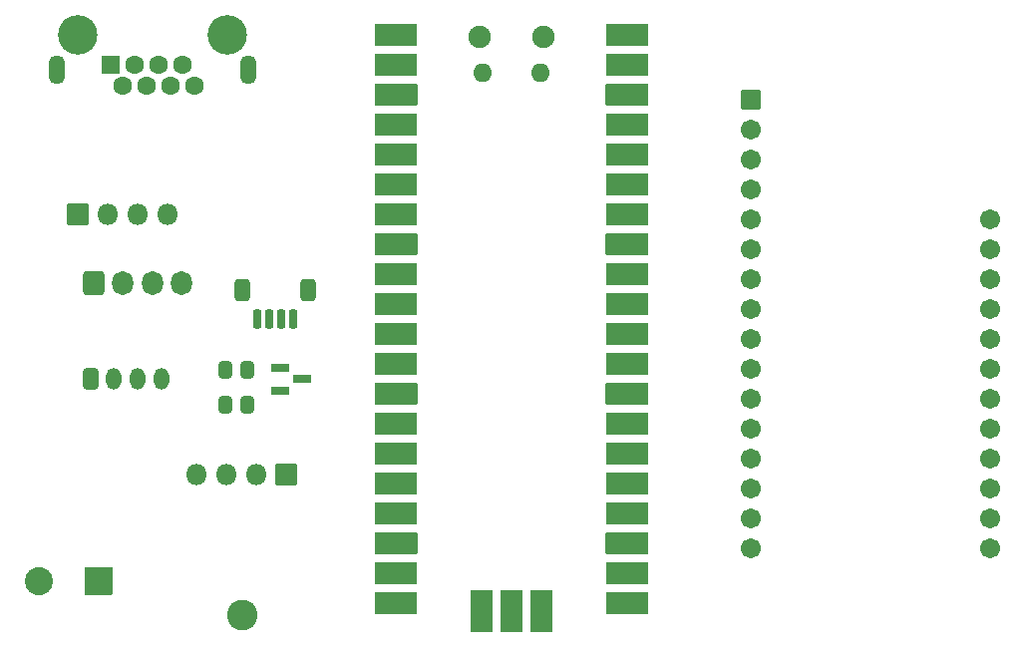
<source format=gbr>
G04 #@! TF.GenerationSoftware,KiCad,Pcbnew,7.0.1*
G04 #@! TF.CreationDate,2023-08-13T11:11:54-05:00*
G04 #@! TF.ProjectId,ControlInputTestRP2040Pico,436f6e74-726f-46c4-996e-707574546573,rev?*
G04 #@! TF.SameCoordinates,Original*
G04 #@! TF.FileFunction,Soldermask,Top*
G04 #@! TF.FilePolarity,Negative*
%FSLAX46Y46*%
G04 Gerber Fmt 4.6, Leading zero omitted, Abs format (unit mm)*
G04 Created by KiCad (PCBNEW 7.0.1) date 2023-08-13 11:11:54*
%MOMM*%
%LPD*%
G01*
G04 APERTURE LIST*
G04 Aperture macros list*
%AMRoundRect*
0 Rectangle with rounded corners*
0 $1 Rounding radius*
0 $2 $3 $4 $5 $6 $7 $8 $9 X,Y pos of 4 corners*
0 Add a 4 corners polygon primitive as box body*
4,1,4,$2,$3,$4,$5,$6,$7,$8,$9,$2,$3,0*
0 Add four circle primitives for the rounded corners*
1,1,$1+$1,$2,$3*
1,1,$1+$1,$4,$5*
1,1,$1+$1,$6,$7*
1,1,$1+$1,$8,$9*
0 Add four rect primitives between the rounded corners*
20,1,$1+$1,$2,$3,$4,$5,0*
20,1,$1+$1,$4,$5,$6,$7,0*
20,1,$1+$1,$6,$7,$8,$9,0*
20,1,$1+$1,$8,$9,$2,$3,0*%
%AMHorizOval*
0 Thick line with rounded ends*
0 $1 width*
0 $2 $3 position (X,Y) of the first rounded end (center of the circle)*
0 $4 $5 position (X,Y) of the second rounded end (center of the circle)*
0 Add line between two ends*
20,1,$1,$2,$3,$4,$5,0*
0 Add two circle primitives to create the rounded ends*
1,1,$1,$2,$3*
1,1,$1,$4,$5*%
G04 Aperture macros list end*
%ADD10RoundRect,0.201000X-0.150000X-0.625000X0.150000X-0.625000X0.150000X0.625000X-0.150000X0.625000X0*%
%ADD11RoundRect,0.301000X-0.350000X-0.650000X0.350000X-0.650000X0.350000X0.650000X-0.350000X0.650000X0*%
%ADD12O,1.802000X1.802000*%
%ADD13RoundRect,0.051000X-0.850000X-0.850000X0.850000X-0.850000X0.850000X0.850000X-0.850000X0.850000X0*%
%ADD14RoundRect,0.051000X-1.750000X-0.850000X1.750000X-0.850000X1.750000X0.850000X-1.750000X0.850000X0*%
%ADD15O,1.902000X1.902000*%
%ADD16O,1.602000X1.602000*%
%ADD17RoundRect,0.051000X0.850000X-1.750000X0.850000X1.750000X-0.850000X1.750000X-0.850000X-1.750000X0*%
%ADD18RoundRect,0.301000X-0.262500X-0.450000X0.262500X-0.450000X0.262500X0.450000X-0.262500X0.450000X0*%
%ADD19RoundRect,0.201000X-0.587500X-0.150000X0.587500X-0.150000X0.587500X0.150000X-0.587500X0.150000X0*%
%ADD20RoundRect,0.301000X-0.350000X-0.625000X0.350000X-0.625000X0.350000X0.625000X-0.350000X0.625000X0*%
%ADD21O,1.302000X1.852000*%
%ADD22RoundRect,0.051000X0.850000X-0.850000X0.850000X0.850000X-0.850000X0.850000X-0.850000X-0.850000X0*%
%ADD23RoundRect,0.301000X-0.600000X-0.725000X0.600000X-0.725000X0.600000X0.725000X-0.600000X0.725000X0*%
%ADD24O,1.802000X2.052000*%
%ADD25RoundRect,0.051000X-0.850000X0.850000X-0.850000X-0.850000X0.850000X-0.850000X0.850000X0.850000X0*%
%ADD26HorizOval,2.602000X0.000000X0.000000X0.000000X0.000000X0*%
%ADD27O,1.361000X2.464000*%
%ADD28RoundRect,0.051000X0.750000X0.750000X-0.750000X0.750000X-0.750000X-0.750000X0.750000X-0.750000X0*%
%ADD29C,1.602000*%
%ADD30C,3.352000*%
%ADD31C,2.388000*%
%ADD32RoundRect,0.051000X1.143000X1.143000X-1.143000X1.143000X-1.143000X-1.143000X1.143000X-1.143000X0*%
%ADD33C,1.702000*%
%ADD34RoundRect,0.051000X-0.800000X0.800000X-0.800000X-0.800000X0.800000X-0.800000X0.800000X0.800000X0*%
G04 APERTURE END LIST*
D10*
X128300000Y-121920000D03*
X129300000Y-121920000D03*
X130300000Y-121920000D03*
X131300000Y-121920000D03*
D11*
X127000000Y-119395000D03*
X132600000Y-119395000D03*
D12*
X140970000Y-97790000D03*
X140970000Y-100330000D03*
D13*
X140970000Y-102870000D03*
D12*
X140970000Y-105410000D03*
X140970000Y-107950000D03*
X140970000Y-110490000D03*
X140970000Y-113030000D03*
D13*
X140970000Y-115570000D03*
D12*
X140970000Y-118110000D03*
X140970000Y-120650000D03*
X140970000Y-123190000D03*
X140970000Y-125730000D03*
D13*
X140970000Y-128270000D03*
D12*
X140970000Y-130810000D03*
X140970000Y-133350000D03*
X140970000Y-135890000D03*
X140970000Y-138430000D03*
D13*
X140970000Y-140970000D03*
D12*
X140970000Y-143510000D03*
X140970000Y-146050000D03*
X158750000Y-146050000D03*
X158750000Y-143510000D03*
D13*
X158750000Y-140970000D03*
D12*
X158750000Y-138430000D03*
X158750000Y-135890000D03*
X158750000Y-133350000D03*
X158750000Y-130810000D03*
D13*
X158750000Y-128270000D03*
D12*
X158750000Y-125730000D03*
X158750000Y-123190000D03*
X158750000Y-120650000D03*
X158750000Y-118110000D03*
D13*
X158750000Y-115570000D03*
D12*
X158750000Y-113030000D03*
X158750000Y-110490000D03*
X158750000Y-107950000D03*
X158750000Y-105410000D03*
D13*
X158750000Y-102870000D03*
D12*
X158750000Y-100330000D03*
X158750000Y-97790000D03*
D14*
X140070000Y-97790000D03*
X140070000Y-100330000D03*
X140070000Y-102870000D03*
X140070000Y-105410000D03*
X140070000Y-107950000D03*
X140070000Y-110490000D03*
X140070000Y-113030000D03*
X140070000Y-115570000D03*
X140070000Y-118110000D03*
X140070000Y-120650000D03*
X140070000Y-123190000D03*
X140070000Y-125730000D03*
X140070000Y-128270000D03*
X140070000Y-130810000D03*
X140070000Y-133350000D03*
X140070000Y-135890000D03*
X140070000Y-138430000D03*
X140070000Y-140970000D03*
X140070000Y-143510000D03*
X140070000Y-146050000D03*
X159650000Y-97790000D03*
X159650000Y-100330000D03*
X159650000Y-102870000D03*
X159650000Y-105410000D03*
X159650000Y-107950000D03*
X159650000Y-110490000D03*
X159650000Y-113030000D03*
X159650000Y-115570000D03*
X159650000Y-118110000D03*
X159650000Y-120650000D03*
X159650000Y-123190000D03*
X159650000Y-125730000D03*
X159650000Y-128270000D03*
X159650000Y-130810000D03*
X159650000Y-133350000D03*
X159650000Y-135890000D03*
X159650000Y-138430000D03*
X159650000Y-140970000D03*
X159650000Y-143510000D03*
X159650000Y-146050000D03*
D15*
X147135000Y-97920000D03*
X152585000Y-97920000D03*
D16*
X147435000Y-100950000D03*
X152285000Y-100950000D03*
D17*
X147320000Y-146720000D03*
D12*
X147320000Y-145820000D03*
D17*
X149860000Y-146720000D03*
D13*
X149860000Y-145820000D03*
D17*
X152400000Y-146720000D03*
D12*
X152400000Y-145820000D03*
D18*
X125580000Y-129200000D03*
X127405000Y-129200000D03*
X125580000Y-126250000D03*
X127405000Y-126250000D03*
D19*
X130205000Y-126050000D03*
X130205000Y-127950000D03*
X132080000Y-127000000D03*
D20*
X114110000Y-127000000D03*
D21*
X116110000Y-127000000D03*
X118110000Y-127000000D03*
X120110000Y-127000000D03*
D22*
X113030000Y-113030000D03*
D12*
X115570000Y-113030000D03*
X118110000Y-113030000D03*
X120650000Y-113030000D03*
D23*
X114360000Y-118855000D03*
D24*
X116860000Y-118855000D03*
X119360000Y-118855000D03*
X121860000Y-118855000D03*
D12*
X123151900Y-135107000D03*
X125691900Y-135107000D03*
X128231900Y-135107000D03*
D25*
X130771900Y-135107000D03*
D26*
X127000000Y-147066000D03*
D27*
X111250000Y-100691950D03*
X127510000Y-100691950D03*
D28*
X115830700Y-100330000D03*
D29*
X116850700Y-102110000D03*
X117860700Y-100330000D03*
X118880700Y-102110000D03*
X119890700Y-100330000D03*
X120910700Y-102110000D03*
X121920700Y-100330000D03*
X122940700Y-102110000D03*
D30*
X113030000Y-97790000D03*
X125730000Y-97790000D03*
D31*
X109701900Y-144167000D03*
D32*
X114781900Y-144167000D03*
D33*
X170207940Y-141378940D03*
X170207940Y-138838940D03*
X190507940Y-113438940D03*
X190507940Y-115978940D03*
X190507940Y-118518940D03*
X190507940Y-121058940D03*
X190507940Y-123598940D03*
X190507940Y-126138940D03*
X190507940Y-128678940D03*
X190507940Y-131218940D03*
X190507940Y-133758940D03*
X190507940Y-136298940D03*
X190507940Y-138838940D03*
X190507940Y-141378940D03*
D34*
X170207940Y-103278940D03*
D33*
X170207940Y-105818940D03*
X170207940Y-108358940D03*
X170207940Y-110898940D03*
X170207940Y-113438940D03*
X170207940Y-115978940D03*
X170207940Y-118518940D03*
X170207940Y-121058940D03*
X170207940Y-123598940D03*
X170207940Y-126138940D03*
X170207940Y-128678940D03*
X170207940Y-131218940D03*
X170207940Y-133758940D03*
X170207940Y-136298940D03*
M02*

</source>
